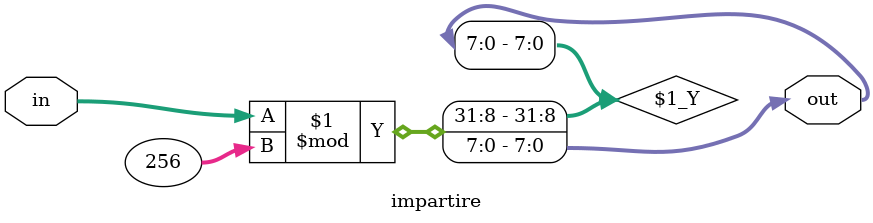
<source format=v>
`timescale 1ns / 1ps

module impartire(
        input [7:0] in,
        output [7:0] out 
    );
    assign out=in%256;
endmodule

</source>
